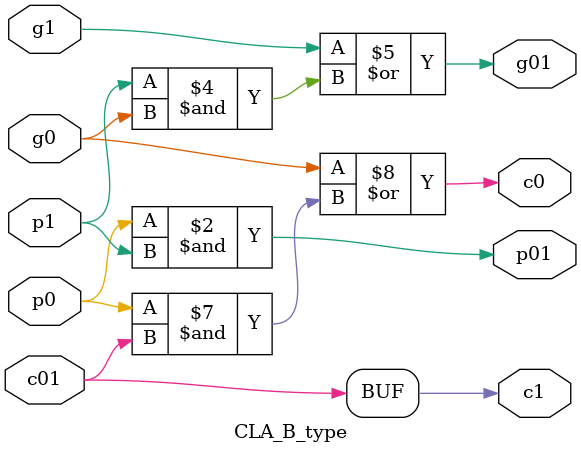
<source format=v>
`timescale 1ns / 1ps

module CLA_B_type(g0, p0, c0, g1, p1, c1, g01, p01, c01);
input g0;
input p0;
output reg c0;
input g1;
input p1;
output reg c1;
output reg g01;
output reg p01;
input c01;


always @ (p0 or p1)
begin
	p01 = p0 & p1;
end

always @ (g0 or g1 or p1)
begin
	g01 = g1 | (p1 & g0);
end

always @ (g0 or p0 or c01)
begin
	c0 = g0 | (p0 & c01);
	c1 = c01;
end

endmodule

</source>
